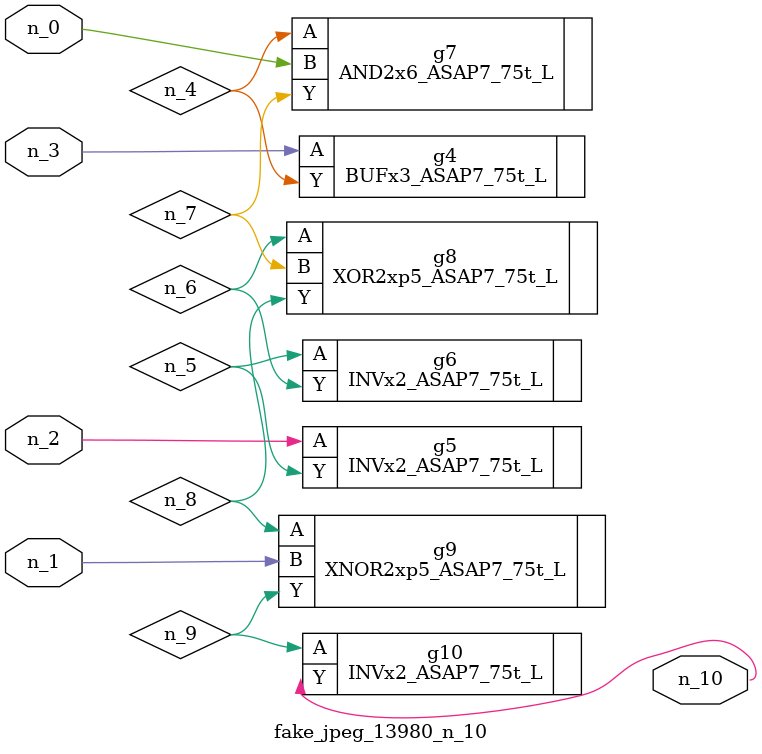
<source format=v>
module fake_jpeg_13980_n_10 (n_0, n_3, n_2, n_1, n_10);

input n_0;
input n_3;
input n_2;
input n_1;

output n_10;

wire n_4;
wire n_8;
wire n_9;
wire n_6;
wire n_5;
wire n_7;

BUFx3_ASAP7_75t_L g4 ( 
.A(n_3),
.Y(n_4)
);

INVx2_ASAP7_75t_L g5 ( 
.A(n_2),
.Y(n_5)
);

INVx2_ASAP7_75t_L g6 ( 
.A(n_5),
.Y(n_6)
);

XOR2xp5_ASAP7_75t_L g8 ( 
.A(n_6),
.B(n_7),
.Y(n_8)
);

AND2x6_ASAP7_75t_L g7 ( 
.A(n_4),
.B(n_0),
.Y(n_7)
);

XNOR2xp5_ASAP7_75t_L g9 ( 
.A(n_8),
.B(n_1),
.Y(n_9)
);

INVx2_ASAP7_75t_L g10 ( 
.A(n_9),
.Y(n_10)
);


endmodule
</source>
